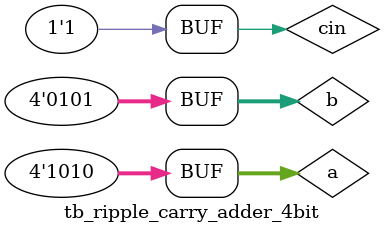
<source format=v>
`timescale 1ns/1ns
module tb_ripple_carry_adder_4bit;
    reg [3:0] a, b;
    reg cin;
    wire [3:0] sum;
    wire cout;

    ripple_carry_adder_4bit dut(
        .a(a),
        .b(b),
        .cin(cin),
        .sum(sum),
        .cout(cout)
    );

    initial begin
      $monitor("Time = %0t : a = %b, b = %b, cin = %b, sum = %b, cout = %b", $time, a, b, cin, sum, cout);

      //Case 1
      a = 4'b0001;
      b = 4'b0011;
      cin = 0;
      #10;

      //Case 2
      a = 4'b0101;
      b = 4'b0011;
      cin = 0;
      #10;

      //Case 3
      a = 4'b1111;
      b = 4'b1111;
      cin = 1;
      #10;

      //Case 4
      a = 4'b1010;
      b = 4'b0101;
      cin = 1;
      #10;
    end
endmodule
</source>
